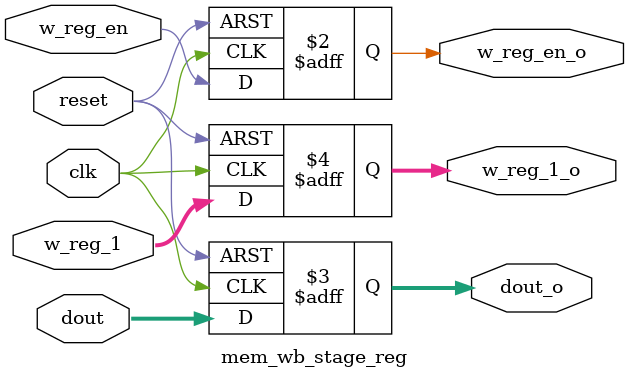
<source format=v>
`timescale 1ns / 1ps
module mem_wb_stage_reg #(
	parameter DATA_WIDTH = 64,
	parameter REG_ADDR_WIDTH = 3
)(
	input wire clk,
	input wire reset,
	input wire w_reg_en,
	input wire [DATA_WIDTH - 1:0] dout,
	input wire [REG_ADDR_WIDTH - 1:0] w_reg_1,
	
	output reg w_reg_en_o,
	output reg [DATA_WIDTH - 1:0] dout_o,
	output reg [REG_ADDR_WIDTH - 1:0] w_reg_1_o
);
	always @(posedge clk or posedge reset)
		if (reset) begin
			w_reg_en_o <= 0;
			dout_o <= 0;
			w_reg_1_o <= 0;
		end else begin
			w_reg_en_o <= w_reg_en;
			dout_o <= dout;
			w_reg_1_o <= w_reg_1;
	end

endmodule

</source>
